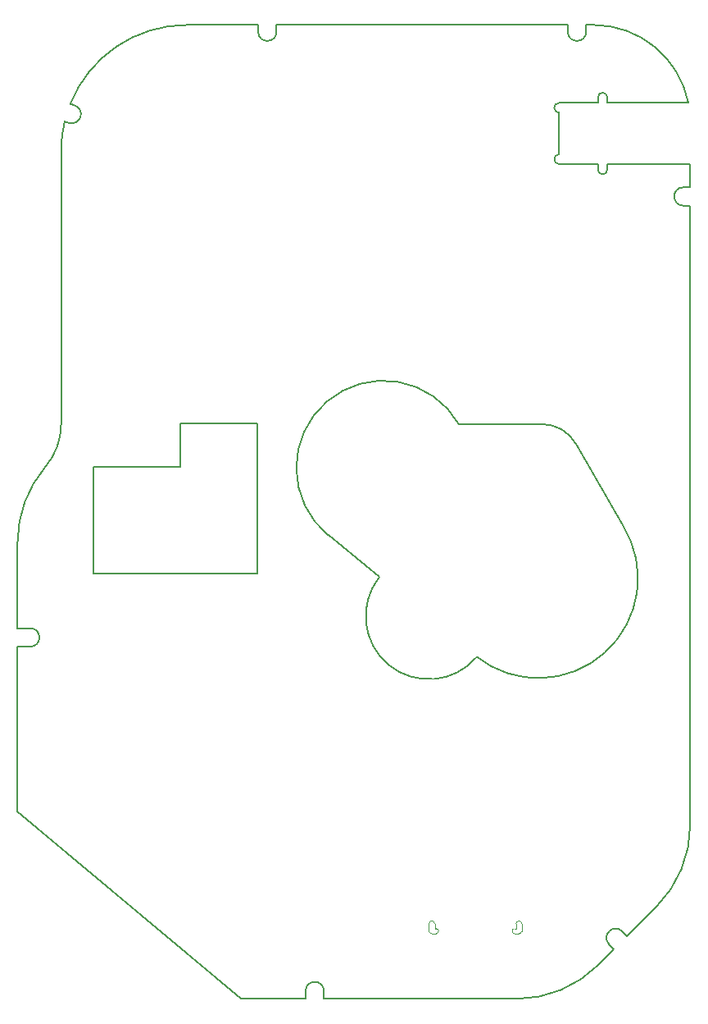
<source format=gbr>
G04 #@! TF.GenerationSoftware,KiCad,Pcbnew,5.1.6+dfsg1-1~bpo10+1*
G04 #@! TF.CreationDate,2020-12-21T12:29:25-05:00*
G04 #@! TF.ProjectId,4GRCP_Mainboard,34475243-505f-44d6-9169-6e626f617264,rev?*
G04 #@! TF.SameCoordinates,Original*
G04 #@! TF.FileFunction,Profile,NP*
%FSLAX46Y46*%
G04 Gerber Fmt 4.6, Leading zero omitted, Abs format (unit mm)*
G04 Created by KiCad (PCBNEW 5.1.6+dfsg1-1~bpo10+1) date 2020-12-21 12:29:25*
%MOMM*%
%LPD*%
G01*
G04 APERTURE LIST*
G04 #@! TA.AperFunction,Profile*
%ADD10C,0.150000*%
G04 #@! TD*
G04 #@! TA.AperFunction,Profile*
%ADD11C,0.100000*%
G04 #@! TD*
G04 APERTURE END LIST*
D10*
X120000000Y-110900000D02*
X120000000Y-99900000D01*
X137000000Y-110900000D02*
X120000000Y-110900000D01*
X166400000Y-95494891D02*
X157790000Y-95493207D01*
X166400000Y-95494891D02*
G75*
G02*
X169870000Y-97500000I0J-4005109D01*
G01*
X159651005Y-119510250D02*
G75*
G02*
X149570001Y-111280001I-4971005J4200250D01*
G01*
X169870000Y-97500000D02*
X174735337Y-105942913D01*
X174735337Y-105942913D02*
G75*
G02*
X159651004Y-119510250I-8735337J-5457087D01*
G01*
X149570000Y-111280000D02*
X144305067Y-106968800D01*
X129000000Y-95400000D02*
X137000000Y-95400000D01*
X172150000Y-62350000D02*
X172150000Y-61800000D01*
X173150000Y-61800000D02*
X173150000Y-62350000D01*
X172150000Y-61800000D02*
G75*
G02*
X173150000Y-61800000I500000J0D01*
G01*
X168150000Y-63350000D02*
G75*
G02*
X168150000Y-62350000I0J500000D01*
G01*
X168150000Y-67650000D02*
G75*
G03*
X168150000Y-68650000I0J-500000D01*
G01*
X172150000Y-69200000D02*
G75*
G03*
X173150000Y-69200000I500000J0D01*
G01*
X173150000Y-62350000D02*
X181507727Y-62348463D01*
X168150000Y-62350000D02*
X172150000Y-62350000D01*
X168150000Y-67650000D02*
X168150000Y-63350000D01*
X172150000Y-68650000D02*
X168150000Y-68650000D01*
X172150000Y-69200000D02*
X172150000Y-68650000D01*
X173150000Y-68650000D02*
X173150000Y-69200000D01*
X181700000Y-68650000D02*
X173150000Y-68650000D01*
X137000000Y-110900000D02*
X137000000Y-95400000D01*
X120000000Y-99900000D02*
X129000000Y-99900000D01*
X129000000Y-95400000D02*
X129000000Y-99900000D01*
X181700000Y-71050000D02*
X181700000Y-68650000D01*
X181000000Y-71050000D02*
X181700000Y-71050000D01*
X181000000Y-71050000D02*
G75*
G03*
X181000000Y-72950000I0J-950000D01*
G01*
X181700000Y-72950000D02*
X181000000Y-72950000D01*
X181507727Y-62348463D02*
G75*
G03*
X171700000Y-54300000I-9807727J-1951537D01*
G01*
X170950000Y-54300000D02*
X171700000Y-54300000D01*
X170950000Y-55000000D02*
X170950000Y-54300000D01*
X169050000Y-54300000D02*
X169050000Y-55000000D01*
X170950000Y-55000000D02*
G75*
G02*
X169050000Y-55000000I-950000J0D01*
G01*
X138950000Y-54300000D02*
X169050000Y-54300000D01*
X138950000Y-55000000D02*
X138950000Y-54300000D01*
X138950000Y-55000000D02*
G75*
G02*
X137050000Y-55000000I-950000J0D01*
G01*
X137050000Y-54300000D02*
X137050000Y-55000000D01*
X129700000Y-54300000D02*
X137050000Y-54300000D01*
X129700000Y-54299821D02*
G75*
G03*
X117638000Y-62451000I0J-13000179D01*
G01*
X118089000Y-62595000D02*
X117638000Y-62451000D01*
X118089000Y-62595000D02*
G75*
G02*
X117511000Y-64405000I-289000J-905000D01*
G01*
X117060000Y-64261000D02*
X117511000Y-64405000D01*
X117060192Y-64261046D02*
G75*
G03*
X116700000Y-67300000I12639808J-3038954D01*
G01*
X116700000Y-95483000D02*
X116700000Y-67300000D01*
X116700133Y-95483000D02*
G75*
G02*
X115072000Y-99898000I-6800133J0D01*
G01*
X115072142Y-99898121D02*
G75*
G03*
X112200000Y-107688000I9127858J-7789879D01*
G01*
X112200000Y-116550000D02*
X112200000Y-107688000D01*
X113500000Y-116550000D02*
X112200000Y-116550000D01*
X113500000Y-116550000D02*
G75*
G02*
X113500000Y-118450000I0J-950000D01*
G01*
X112200000Y-118450000D02*
X113500000Y-118450000D01*
X112200000Y-135471000D02*
X112200000Y-118450000D01*
X135235000Y-154800000D02*
X112200000Y-135471000D01*
X141950000Y-154800000D02*
X135235000Y-154800000D01*
X141950000Y-154000000D02*
X141950000Y-154800000D01*
X141950000Y-154000000D02*
G75*
G02*
X143850000Y-154000000I950000J0D01*
G01*
X143850000Y-154800000D02*
X143850000Y-154000000D01*
X163729707Y-154800309D02*
X143850000Y-154800000D01*
X163729707Y-154800309D02*
G75*
G03*
X172215000Y-151285000I-707J12000309D01*
G01*
X173828000Y-149672000D02*
X172215000Y-151285000D01*
X173328000Y-149172000D02*
X173828000Y-149672000D01*
X173328000Y-149172000D02*
G75*
G02*
X174672000Y-147828000I672000J672000D01*
G01*
X175172000Y-148328000D02*
X174672000Y-147828000D01*
X144305108Y-106968751D02*
G75*
G02*
X157790000Y-95493207I5694892J6968751D01*
G01*
X178184781Y-145314781D02*
G75*
G03*
X181700000Y-136829000I-8484781J8485781D01*
G01*
X178185000Y-145315000D02*
X175172000Y-148328000D01*
X181700000Y-72950000D02*
X181700000Y-136829000D01*
D11*
X163550000Y-147555000D02*
X163700000Y-147555000D01*
X163700000Y-147555000D02*
X163700000Y-147055000D01*
X164300000Y-147055000D02*
X164300000Y-147805000D01*
X164000000Y-148055000D02*
X163550000Y-148055000D01*
X154700000Y-147805000D02*
X154700000Y-147055000D01*
X155300000Y-147055000D02*
X155300000Y-147555000D01*
X155300000Y-147555000D02*
X155450000Y-147555000D01*
X155450000Y-148055000D02*
X155000000Y-148055000D01*
X155000000Y-148055000D02*
G75*
G02*
X154700000Y-147805000I-25000J275000D01*
G01*
X155450000Y-147555000D02*
G75*
G02*
X155450000Y-148055000I0J-250000D01*
G01*
X154700000Y-147055000D02*
G75*
G02*
X155300000Y-147055000I300000J0D01*
G01*
X163550000Y-148055000D02*
G75*
G02*
X163550000Y-147555000I0J250000D01*
G01*
X164300000Y-147805000D02*
G75*
G02*
X164000000Y-148055000I-275000J25000D01*
G01*
X163700000Y-147055000D02*
G75*
G02*
X164300000Y-147055000I300000J0D01*
G01*
M02*

</source>
